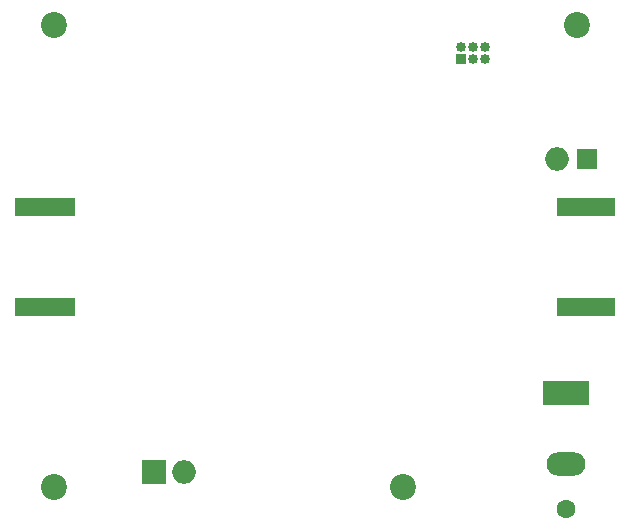
<source format=gbr>
%TF.GenerationSoftware,KiCad,Pcbnew,8.0.0*%
%TF.CreationDate,2024-07-29T11:46:55+02:00*%
%TF.ProjectId,Gnerator_poprawiony,476e6572-6174-46f7-925f-706f70726177,rev?*%
%TF.SameCoordinates,Original*%
%TF.FileFunction,Soldermask,Bot*%
%TF.FilePolarity,Negative*%
%FSLAX46Y46*%
G04 Gerber Fmt 4.6, Leading zero omitted, Abs format (unit mm)*
G04 Created by KiCad (PCBNEW 8.0.0) date 2024-07-29 11:46:55*
%MOMM*%
%LPD*%
G01*
G04 APERTURE LIST*
%ADD10C,2.200000*%
%ADD11R,5.080000X1.500000*%
%ADD12R,1.800000X1.800000*%
%ADD13O,2.000000X2.000000*%
%ADD14R,5.000000X1.500000*%
%ADD15R,0.850000X0.850000*%
%ADD16O,0.850000X0.850000*%
%ADD17R,2.000000X2.000000*%
%ADD18C,1.600000*%
%ADD19O,3.300000X2.000000*%
%ADD20R,4.000000X2.000000*%
G04 APERTURE END LIST*
D10*
%TO.C,REF\u002A\u002A*%
X104698800Y-77500000D03*
%TD*%
%TO.C,REF\u002A\u002A*%
X104698800Y-38400000D03*
%TD*%
D11*
%TO.C,J2*%
X103936800Y-62250000D03*
X103936800Y-53750000D03*
%TD*%
D10*
%TO.C,REF\u002A\u002A*%
X148945600Y-38400000D03*
%TD*%
D12*
%TO.C,D1*%
X149833800Y-49733200D03*
D13*
X147243000Y-49733200D03*
%TD*%
D10*
%TO.C,REF\u002A\u002A*%
X134264400Y-77520800D03*
%TD*%
D14*
%TO.C,J1*%
X149758400Y-53758200D03*
X149758400Y-62241800D03*
%TD*%
D15*
%TO.C,J3*%
X139192000Y-41275000D03*
D16*
X139192000Y-40275000D03*
X140192000Y-40275000D03*
X140192000Y-41275000D03*
X141192000Y-41275000D03*
X141192000Y-40275000D03*
%TD*%
D17*
%TO.C,D3*%
X113167200Y-76200000D03*
D13*
X115707200Y-76200000D03*
%TD*%
D18*
%TO.C,J4*%
X148056600Y-79347600D03*
D19*
X148031200Y-75543200D03*
D20*
X148031200Y-69543200D03*
%TD*%
M02*

</source>
